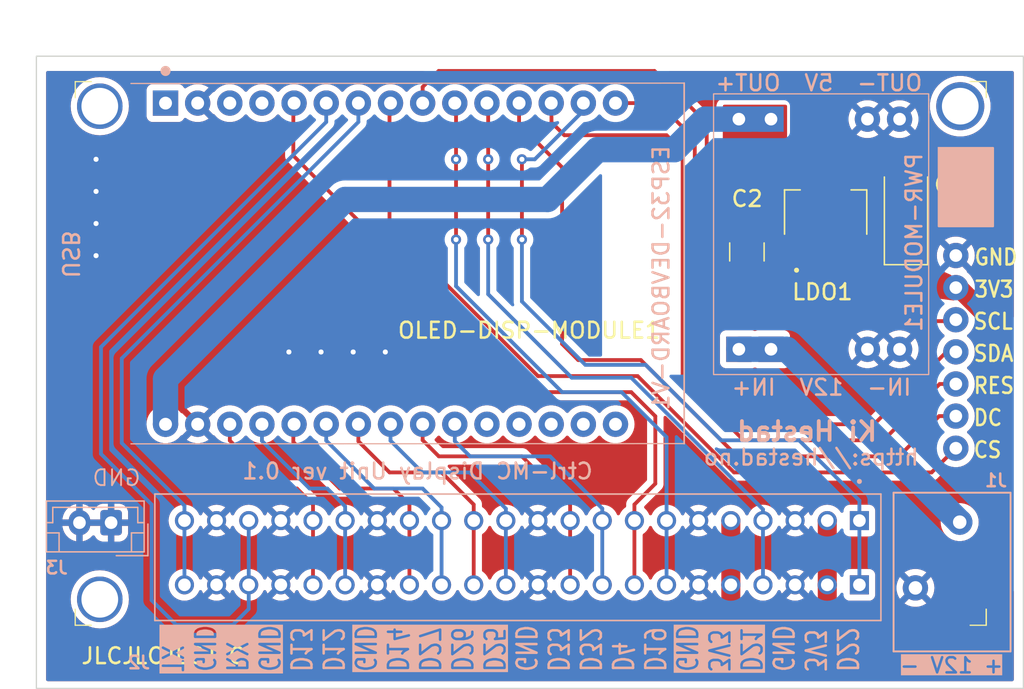
<source format=kicad_pcb>
(kicad_pcb (version 20221018) (generator pcbnew)
  (layers (0 "F.Cu" signal) (31 "B.Cu" signal) (34 "B.Paste" user) (35 "F.Paste" user) (36 "B.SilkS" user "B.Silkscreen") (37 "F.SilkS" user "F.Silkscreen") (38 "B.Mask" user) (39 "F.Mask" user) (44 "Edge.Cuts" user))
  (net 0 "")
  (net 1 "OLED CS")
  (net 2 "OLED DC")
  (net 3 "OLED RES")
  (net 4 "OLED MOSI")
  (net 5 "OLED CLK")
  (net 6 "+3V3")
  (net 7 "GND")
  (net 8 "+12V")
  (net 9 "+5V")
  (net 10 "UART TX")
  (net 11 "UART RX")
  (net 12 "INP4")
  (net 13 "INP32")
  (net 14 "INP33")
  (net 15 "INP25")
  (net 16 "INP26")
  (net 17 "INP27")
  (net 18 "INP14")
  (net 19 "INP12")
  (net 20 "INP13")
  (net 29 "INP19")
  (net 30 "INP21")
  (net 31 "INP22")
  (footprint "OLED-DISPLAY-CUSTOM:OLED Display 2.42" (layer "F.Cu") (at 188.455 113.05 180)
    (fp_text reference "OLED-DISP-MODULE1" (at 36.1188 23.3172 unlocked) (layer "F.SilkS") (effects (font (size 1.25 1.25) (thickness 0.2))))
    (fp_text value "~" hide)
    (fp_text user "GND" (at 1.031398 28.374875 unlocked) (layer "F.SilkS") (effects (font (size 1.25 1.1) (thickness 0.2) bold) (justify left bottom)))
    (fp_text user "RES" (at 1.095109 18.214875 unlocked) (layer "F.SilkS") (effects (font (size 1.25 1.1) (thickness 0.2) bold) (justify left bottom)))
    (fp_text user "SCL" (at 1.095109 23.294875 unlocked) (layer "F.SilkS") (effects (font (size 1.25 1.1) (thickness 0.2) bold) (justify left bottom)))
    (fp_text user "DC" (at 1.095109 15.674875 unlocked) (layer "F.SilkS") (effects (font (size 1.25 1.1) (thickness 0.2) bold) (justify left bottom)))
    (fp_text user "SDA" (at 1.095109 20.754875 unlocked) (layer "F.SilkS") (effects (font (size 1.25 1.1) (thickness 0.2) bold) (justify left bottom)))
    (fp_text user "CS" (at 1.095109 13.134875 unlocked) (layer "F.SilkS") (effects (font (size 1.25 1.1) (thickness 0.2) bold) (justify left bottom)))
    (fp_text user "3V3" (at 1.031398 25.834875 unlocked) (layer "F.SilkS") (effects (font (size 1.25 1.1) (thickness 0.2) bold) (justify left bottom)))
    (fp_line (start -0.003236 43.002005) (end -0.003236 41.732005) (stroke (width 0.1)) (layer "F.SilkS"))
    (fp_line (start -0.003236 43.002005) (end 1.266764 43.002005) (stroke (width 0.1)) (layer "F.SilkS"))
    (fp_line (start 0 0) (end 0 1.27) (stroke (width 0.1)) (layer "F.SilkS"))
    (fp_line (start 0 0) (end 1.27 0) (stroke (width 0.1)) (layer "F.SilkS"))
    (fp_line (start 0 1.27) (end 0 0) (stroke (width 0.1)) (layer "F.SilkS"))
    (fp_line (start 70.718874 42.992404) (end 71.988874 42.992404) (stroke (width 0.1)) (layer "F.SilkS"))
    (fp_line (start 70.722514 -0.001276) (end 71.992514 -0.001276) (stroke (width 0.1)) (layer "F.SilkS"))
    (fp_line (start 71.988874 42.992404) (end 71.988874 41.722404) (stroke (width 0.1)) (layer "F.SilkS"))
    (fp_line (start 71.992514 -0.001276) (end 71.992514 1.268724) (stroke (width 0.1)) (layer "F.SilkS"))
    (pad "" np_thru_hole circle (at 2.05 41.05 180) (size 3.8 3.8) (drill 2.9) (layers "F&B.Cu" "*.Mask"))
    (pad "" np_thru_hole circle (at 70.05 2.05 180) (size 3.6 3.6) (drill 2.9) (layers "F&B.Cu" "*.Mask"))
    (pad "" np_thru_hole circle (at 70.05 41.05 180) (size 3.6 3.6) (drill 2.9) (layers "F&B.Cu" "*.Mask"))
    (pad "1" thru_hole circle (at 2.4 14 180) (size 2 2) (drill 1) (layers "*.Cu" "*.Mask") (net 1 "OLED CS"))
    (pad "2" thru_hole circle (at 2.4 16.54 180) (size 2 2) (drill 1) (layers "*.Cu" "*.Mask") (net 2 "OLED DC"))
    (pad "3" thru_hole circle (at 2.4 19.08 180) (size 2 2) (drill 1) (layers "*.Cu" "*.Mask") (net 3 "OLED RES"))
    (pad "4" thru_hole circle (at 2.4 21.62 180) (size 2 2) (drill 1) (layers "*.Cu" "*.Mask") (net 4 "OLED MOSI"))
    (pad "5" thru_hole circle (at 2.4 24.16 180) (size 2 2) (drill 1) (layers "*.Cu" "*.Mask") (net 5 "OLED CLK"))
    (pad "6" thru_hole circle (at 2.4 26.7 180) (size 2 2) (drill 1) (layers "*.Cu" "*.Mask") (net 6 "+3V3"))
    (pad "7" thru_hole circle (at 2.4 29.24 180) (size 2 2) (drill 1) (layers "*.Cu" "*.Mask") (net 7 "GND"))
  )
  (footprint "Capacitor_Tantalum_SMD:CP_EIA-6032-15_Kemet-U_Pad2.25x2.35mm_HandSolder" (layer "F.Cu") (at 182.118 80.6 90)
    (fp_text reference "C1" (at 2.376332 3.447817 180) (layer "F.SilkS") (effects (font (size 1.25 1.25) (thickness 0.2))))
    (fp_text value "47 uF")
    (fp_line (start -3.935 -1.71) (end -3.935 1.71) (stroke (width 0.12)) (layer "F.SilkS"))
    (fp_line (start -3.935 1.71) (end 3 1.71) (stroke (width 0.12)) (layer "F.SilkS"))
    (fp_line (start 3 -1.71) (end -3.935 -1.71) (stroke (width 0.12)) (layer "F.SilkS"))
    (pad "1" smd roundrect (at -2.55 0 90) (size 2.25 2.35) (layers "F.Cu" "F.Paste" "F.Mask") (roundrect_rratio 0.1111111111) (net 6 "+3V3"))
    (pad "2" smd roundrect (at 2.55 0 90) (size 2.25 2.35) (layers "F.Cu" "F.Paste" "F.Mask") (roundrect_rratio 0.1111111111) (net 7 "GND"))
  )
  (footprint "Capacitor_SMD:C_1210_3225Metric_Pad1.33x2.70mm_HandSolder" (layer "F.Cu") (at 169.545 83.5275 -90)
    (fp_text reference "C2" (at -4.208663 -0.014506) (layer "F.SilkS") (effects (font (size 1.25 1.25) (thickness 0.2))))
    (fp_text value "470 nF")
    (fp_line (start -0.711252 -1.36) (end 0.711252 -1.36) (stroke (width 0.12)) (layer "F.SilkS"))
    (fp_line (start -0.711252 1.36) (end 0.711252 1.36) (stroke (width 0.12)) (layer "F.SilkS"))
    (pad "1" smd roundrect (at -1.5625 0 270) (size 1.325 2.7) (layers "F.Cu" "F.Paste" "F.Mask") (roundrect_rratio 0.1886792453) (net 9 "+5V"))
    (pad "2" smd roundrect (at 1.5625 0 270) (size 1.325 2.7) (layers "F.Cu" "F.Paste" "F.Mask") (roundrect_rratio 0.1886792453) (net 7 "GND"))
  )
  (footprint "Texas Instr LDO:SOT230P700X180-4N" (layer "F.Cu") (at 175.768 80.37 90)
    (fp_text reference "LDO1" (at -6.321773 -0.258441 180) (layer "F.SilkS") (effects (font (size 1.25 1.25) (thickness 0.2))))
    (fp_text value "LM3940IMPX-3.3/NOPB")
    (fp_line (start -1.75 -3.25) (end 1.75 -3.25) (stroke (width 0.127)) (layer "F.SilkS"))
    (fp_line (start -1.75 3.25) (end 1.75 3.25) (stroke (width 0.127)) (layer "F.SilkS"))
    (fp_line (start 1.75 -3.25) (end 1.75 -2.01) (stroke (width 0.127)) (layer "F.SilkS"))
    (fp_line (start 1.75 3.25) (end 1.75 2.01) (stroke (width 0.127)) (layer "F.SilkS"))
    (fp_circle (center -4.6 -2.3) (end -4.5 -2.3) (stroke (width 0.2)) (fill none) (layer "F.SilkS"))
    (pad "1" smd rect (at -2.9 -2.3) (size 0.95 2.15) (layers "F.Cu" "F.Paste" "F.Mask") (net 9 "+5V"))
    (pad "2" smd rect (at -2.9 0) (size 0.95 2.15) (layers "F.Cu" "F.Paste" "F.Mask") (net 7 "GND"))
    (pad "3" smd rect (at -2.9 2.3) (size 0.95 2.15) (layers "F.Cu" "F.Paste" "F.Mask") (net 6 "+3V3"))
    (pad "4" smd rect (at 2.9 0) (size 3.25 2.15) (layers "F.Cu" "F.Paste" "F.Mask") (net 7 "GND"))
  )
  (footprint "ESP32-DEVKIT-V1:MODULE_ESP32_DEVKIT_V1" (layer "B.Cu") (at 139.115 84.455 -90)
    (fp_text reference "EPS32-DEV-BOARD1" hide)
    (fp_text value "ESP32-DEVKIT-V1")
    (fp_text user "USB" (at 1.27 23.77 -90 unlocked) (layer "B.SilkS") (effects (font (size 1.25 1.25) (thickness 0.2)) (justify left bottom mirror)))
    (fp_line (start -14.28 -25.475) (end -14.25 18.25) (stroke (width 0.1)) (layer "B.SilkS"))
    (fp_line (start -14.28 -25.475) (end -8.91 -25.475) (stroke (width 0.127)) (layer "B.SilkS"))
    (fp_line (start -8.91 -25.475) (end 8.78 -25.475) (stroke (width 0.127)) (layer "B.SilkS"))
    (fp_line (start 8.78 -25.475) (end 14.23 -25.475) (stroke (width 0.127)) (layer "B.SilkS"))
    (fp_line (start 14.23 -25.475) (end -14.28 -25.475) (stroke (width 0.1)) (layer "B.SilkS"))
    (fp_line (start 14.23 -25.475) (end -14.28 -25.475) (stroke (width 0.127)) (layer "B.SilkS"))
    (fp_line (start 14.25 18.25) (end 14.23 -25.475) (stroke (width 0.1)) (layer "B.SilkS"))
    (fp_circle (center -15.24 15.515) (end -15.04 15.515) (stroke (width 0.4)) (fill solid) (layer "B.SilkS"))
    (pad "1" thru_hole rect (at -12.7 15.515 270) (size 2 2) (drill 1.02) (layers "*.Cu" "*.Mask"))
    (pad "2" thru_hole circle (at -12.7 12.975 270) (size 2 2) (drill 1.02) (layers "*.Cu" "*.Mask") (net 7 "GND"))
    (pad "3" thru_hole circle (at -12.7 10.435 270) (size 2 2) (drill 1.02) (layers "*.Cu" "*.Mask"))
    (pad "4" thru_hole circle (at -12.7 7.895 270) (size 2 2) (drill 1.02) (layers "*.Cu" "*.Mask"))
    (pad "5" thru_hole circle (at -12.7 5.355 270) (size 2 2) (drill 1.02) (layers "*.Cu" "*.Mask") (net 12 "INP4"))
    (pad "6" thru_hole circle (at -12.7 2.815 270) (size 2 2) (drill 1.02) (layers "*.Cu" "*.Mask") (net 11 "UART RX"))
    (pad "7" thru_hole circle (at -12.7 0.275 270) (size 2 2) (drill 1.02) (layers "*.Cu" "*.Mask") (net 10 "UART TX"))
    (pad "8" thru_hole circle (at -12.7 -2.265 270) (size 2 2) (drill 1.02) (layers "*.Cu" "*.Mask") (net 1 "OLED CS"))
    (pad "9" thru_hole circle (at -12.7 -4.805 270) (size 2 2) (drill 1.02) (layers "*.Cu" "*.Mask") (net 5 "OLED CLK"))
    (pad "10" thru_hole circle (at -12.7 -7.345 270) (size 2 2) (drill 1.02) (layers "*.Cu" "*.Mask") (net 29 "INP19"))
    (pad "11" thru_hole circle (at -12.7 -9.885 270) (size 2 2) (drill 1.02) (layers "*.Cu" "*.Mask") (net 30 "INP21"))
    (pad "12" thru_hole circle (at -12.7 -12.425 270) (size 2 2) (drill 1.02) (layers "*.Cu" "*.Mask") (net 2 "OLED DC"))
    (pad "13" thru_hole circle (at -12.7 -14.965 270) (size 2 2) (drill 1.02) (layers "*.Cu" "*.Mask") (net 3 "OLED RES"))
    (pad "14" thru_hole circle (at -12.7 -17.505 270) (size 2 2) (drill 1.02) (layers "*.Cu" "*.Mask") (net 31 "INP22"))
    (pad "15" thru_hole circle (at -12.7 -20.045 270) (size 2 2) (drill 1.02) (layers "*.Cu" "*.Mask") (net 4 "OLED MOSI"))
    (pad "16" thru_hole circle (at 12.7 -20.045 270) (size 2 2) (drill 1.02) (layers "*.Cu" "*.Mask"))
    (pad "17" thru_hole circle (at 12.7 -17.505 270) (size 2 2) (drill 1.02) (layers "*.Cu" "*.Mask"))
    (pad "18" thru_hole circle (at 12.7 -14.965 270) (size 2 2) (drill 1.02) (layers "*.Cu" "*.Mask"))
    (pad "19" thru_hole circle (at 12.7 -12.425 270) (size 2 2) (drill 1.02) (layers "*.Cu" "*.Mask"))
    (pad "20" thru_hole circle (at 12.7 -9.885 270) (size 2 2) (drill 1.02) (layers "*.Cu" "*.Mask"))
    (pad "21" thru_hole circle (at 12.7 -7.345 270) (size 2 2) (drill 1.02) (layers "*.Cu" "*.Mask") (net 13 "INP32"))
    (pad "22" thru_hole circle (at 12.7 -4.805 270) (size 2 2) (drill 1.02) (layers "*.Cu" "*.Mask") (net 14 "INP33"))
    (pad "23" thru_hole circle (at 12.7 -2.265 270) (size 2 2) (drill 1.02) (layers "*.Cu" "*.Mask") (net 15 "INP25"))
    (pad "24" thru_hole circle (at 12.7 0.275 270) (size 2 2) (drill 1.02) (layers "*.Cu" "*.Mask") (net 16 "INP26"))
    (pad "25" thru_hole circle (at 12.7 2.815 270) (size 2 2) (drill 1.02) (layers "*.Cu" "*.Mask") (net 17 "INP27"))
    (pad "26" thru_hole circle (at 12.7 5.355 270) (size 2 2) (drill 1.02) (layers "*.Cu" "*.Mask") (net 18 "INP14"))
    (pad "27" thru_hole circle (at 12.7 7.895 270) (size 2 2) (drill 1.02) (layers "*.Cu" "*.Mask") (net 19 "INP12"))
    (pad "28" thru_hole circle (at 12.7 10.435 270) (size 2 2) (drill 1.02) (layers "*.Cu" "*.Mask") (net 20 "INP13"))
    (pad "29" thru_hole circle (at 12.7 12.975 270) (size 2 2) (drill 1.02) (layers "*.Cu" "*.Mask") (net 7 "GND"))
    (pad "30" thru_hole circle (at 12.7 15.515 270) (size 2 2) (drill 1.02) (layers "*.Cu" "*.Mask") (net 9 "+5V"))
    (zone (net 0) (net_name "") (layer "F.Cu") (connect_pads (clearance 0)) (min_thickness 0.01)
      (keepout (tracks allowed) (vias not_allowed) (pads not_allowed) (copperpour not_allowed) (footprints allowed))
      (fill (thermal_gap 0.508) (thermal_bridge_width 0.508))
      (polygon (pts (xy 158.1 75.545) (xy 158.1 93.235) (xy 164.59 93.235) (xy 164.59 75.545)))
    )
    (zone (net 0) (net_name "") (layer "B.Cu") (connect_pads (clearance 0)) (min_thickness 0.01)
      (keepout (tracks allowed) (vias not_allowed) (pads not_allowed) (copperpour not_allowed) (footprints allowed))
      (fill (thermal_gap 0.508) (thermal_bridge_width 0.508))
      (polygon (pts (xy 158.1 75.545) (xy 158.1 93.235) (xy 164.59 93.235) (xy 164.59 75.545)))
    )
  )
  (footprint "TERM CON 22pin 2.54:CUI_TBL009V-254-22GY-2GY" (layer "B.Cu") (at 178.435 104.775 180)
    (fp_text reference "J2" (at 56.935 -11.225) (layer "B.SilkS") (effects (font (thickness 0.2) bold) (justify mirror)))
    (fp_text value "TBL009V-254-22GY-2GY")
    (fp_line (start -1.7 -7.9) (end -1.7 2.1) (stroke (width 0.127)) (layer "B.SilkS"))
    (fp_line (start -1.7 2.1) (end 55.68 2.1) (stroke (width 0.127)) (layer "B.SilkS"))
    (fp_line (start 55.68 -7.9) (end -1.7 -7.9) (stroke (width 0.127)) (layer "B.SilkS"))
    (fp_line (start 55.68 2.1) (end 55.68 -7.9) (stroke (width 0.127)) (layer "B.SilkS"))
    (fp_circle (center 0 3.1) (end 0.1 3.1) (stroke (width 0.2)) (fill none) (layer "B.SilkS"))
    (pad "1_A" thru_hole rect (at 0 0 180) (size 1.508 1.508) (drill 1) (layers "*.Cu" "*.Mask") (net 31 "INP22"))
    (pad "1_B" thru_hole rect (at 0 -5.08 180) (size 1.508 1.508) (drill 1) (layers "*.Cu" "*.Mask") (net 31 "INP22"))
    (pad "2_A" thru_hole circle (at 2.54 0 180) (size 1.508 1.508) (drill 1) (layers "*.Cu" "*.Mask") (net 6 "+3V3"))
    (pad "2_B" thru_hole circle (at 2.54 -5.08 180) (size 1.508 1.508) (drill 1) (layers "*.Cu" "*.Mask") (net 6 "+3V3"))
    (pad "3_A" thru_hole circle (at 5.08 0 180) (size 1.508 1.508) (drill 1) (layers "*.Cu" "*.Mask") (net 7 "GND"))
    (pad "3_B" thru_hole circle (at 5.08 -5.08 180) (size 1.508 1.508) (drill 1) (layers "*.Cu" "*.Mask") (net 7 "GND"))
    (pad "4_A" thru_hole circle (at 7.62 0 180) (size 1.508 1.508) (drill 1) (layers "*.Cu" "*.Mask") (net 30 "INP21"))
    (pad "4_B" thru_hole circle (at 7.62 -5.08 180) (size 1.508 1.508) (drill 1) (layers "*.Cu" "*.Mask") (net 30 "INP21"))
    (pad "5_A" thru_hole circle (at 10.16 0 180) (size 1.508 1.508) (drill 1) (layers "*.Cu" "*.Mask") (net 6 "+3V3"))
    (pad "5_B" thru_hole circle (at 10.16 -5.08 180) (size 1.508 1.508) (drill 1) (layers "*.Cu" "*.Mask") (net 6 "+3V3"))
    (pad "6_A" thru_hole circle (at 12.7 0 180) (size 1.508 1.508) (drill 1) (layers "*.Cu" "*.Mask") (net 7 "GND"))
    (pad "6_B" thru_hole circle (at 12.7 -5.08 180) (size 1.508 1.508) (drill 1) (layers "*.Cu" "*.Mask") (net 7 "GND"))
    (pad "7_A" thru_hole circle (at 15.24 0 180) (size 1.508 1.508) (drill 1) (layers "*.Cu" "*.Mask") (net 29 "INP19"))
    (pad "7_B" thru_hole circle (at 15.24 -5.08 180) (size 1.508 1.508) (drill 1) (layers "*.Cu" "*.Mask") (net 29 "INP19"))
    (pad "8_A" thru_hole circle (at 17.78 0 180) (size 1.508 1.508) (drill 1) (layers "*.Cu" "*.Mask") (net 12 "INP4"))
    (pad "8_B" thru_hole circle (at 17.78 -5.08 180) (size 1.508 1.508) (drill 1) (layers "*.Cu" "*.Mask") (net 12 "INP4"))
    (pad "9_A" thru_hole circle (at 20.32 0 180) (size 1.508 1.508) (drill 1) (layers "*.Cu" "*.Mask") (net 13 "INP32"))
    (pad "9_B" thru_hole circle (at 20.32 -5.08 180) (size 1.508 1.508) (drill 1) (layers "*.Cu" "*.Mask") (net 13 "INP32"))
    (pad "10_A" thru_hole circle (at 22.86 0 180) (size 1.508 1.508) (drill 1) (layers "*.Cu" "*.Mask") (net 14 "INP33"))
    (pad "10_B" thru_hole circle (at 22.86 -5.08 180) (size 1.508 1.508) (drill 1) (layers "*.Cu" "*.Mask") (net 14 "INP33"))
    (pad "11_A" thru_hole circle (at 25.4 0 180) (size 1.508 1.508) (drill 1) (layers "*.Cu" "*.Mask") (net 7 "GND"))
    (pad "11_B" thru_hole circle (at 25.4 -5.08 180) (size 1.508 1.508) (drill 1) (layers "*.Cu" "*.Mask") (net 7 "GND"))
    (pad "12_A" thru_hole circle (at 27.94 0 180) (size 1.508 1.508) (drill 1) (layers "*.Cu" "*.Mask") (net 15 "INP25"))
    (pad "12_B" thru_hole circle (at 27.94 -5.08 180) (size 1.508 1.508) (drill 1) (layers "*.Cu" "*.Mask") (net 15 "INP25"))
    (pad "13_A" thru_hole circle (at 30.48 0 180) (size 1.508 1.508) (drill 1) (layers "*.Cu" "*.Mask") (net 16 "INP26"))
    (pad "13_B" thru_hole circle (at 30.48 -5.08 180) (size 1.508 1.508) (drill 1) (layers "*.Cu" "*.Mask") (net 16 "INP26"))
    (pad "14_A" thru_hole circle (at 33.02 0 180) (size 1.508 1.508) (drill 1) (layers "*.Cu" "*.Mask") (net 17 "INP27"))
    (pad "14_B" thru_hole circle (at 33.02 -5.08 180) (size 1.508 1.508) (drill 1) (layers "*.Cu" "*.Mask") (net 17 "INP27"))
    (pad "15_A" thru_hole circle (at 35.56 0 180) (size 1.508 1.508) (drill 1) (layers "*.Cu" "*.Mask") (net 18 "INP14"))
    (pad "15_B" thru_hole circle (at 35.56 -5.08 180) (size 1.508 1.508) (drill 1) (layers "*.Cu" "*.Mask") (net 18 "INP14"))
    (pad "16_A" thru_hole circle (at 38.1 0 180) (size 1.508 1.508) (drill 1) (layers "*.Cu" "*.Mask") (net 7 "GND"))
    (pad "16_B" thru_hole circle (at 38.1 -5.08 180) (size 1.508 1.508) (drill 1) (layers "*.Cu" "*.Mask") (net 7 "GND"))
    (pad "17_A" thru_hole circle (at 40.64 0 180) (size 1.508 1.508) (drill 1) (layers "*.Cu" "*.Mask") (net 19 "INP12"))
    (pad "17_B" thru_hole circle (at 40.64 -5.08 180) (size 1.508 1.508) (drill 1) (layers "*.Cu" "*.Mask") (net 19 "INP12"))
    (pad "18_A" thru_hole circle (at 43.18 0 180) (size 1.508 1.508) (drill 1) (layers "*.Cu" "*.Mask") (net 20 "INP13"))
    (pad "18_B" thru_hole circle (at 43.18 -5.08 180) (size 1.508 1.508) (drill 1) (layers "*.Cu" "*.Mask") (net 20 "INP13"))
    (pad "19_A" thru_hole circle (at 45.72 0 180) (size 1.508 1.508) (drill 1) (layers "*.Cu" "*.Mask") (net 7 "GND"))
    (pad "19_B" thru_hole circle (at 45.72 -5.08 180) (size 1.508 1.508) (drill 1) (layers "*.Cu" "*.Mask") (net 7 "GND"))
    (pad "20_A" thru_hole circle (at 48.26 0 180) (size 1.508 1.508) (drill 1) (layers "*.Cu" "*.Mask") (net 11 "UART RX"))
    (pad "20_B" thru_hole circle (at 48.26 -5.08 180) (size 1.508 1.508) (drill 1) (layers "*.Cu" "*.Mask") (net 11 "UART RX"))
    (pad "21_A" thru_hole circle (at 50.8 0 180) (size 1.508 1.508) (drill 1) (layers "*.Cu" "*.Mask") (net 7 "GND"))
    (pad "21_B" thru_hole circle (at 50.8 -5.08 180) (size 1.508 1.508) (drill 1) (layers "*.Cu" "*.Mask") (net 7 "GND"))
    (pad "22_A" thru_hole circle (at 53.34 0 180) (size 1.508 1.508) (drill 1) (layers "*.Cu" "*.Mask") (net 10 "UART TX"))
    (pad "22_B" thru_hole circle (at 53.34 -5.08 180) (size 1.508 1.508) (drill 1) (layers "*.Cu" "*.Mask") (net 10 "UART TX"))
  )
  (footprint "DC-DC-MODULE:Mini DC-DC PWR MODULE 3A" (layer "B.Cu") (at 166.91 71.025 -90)
    (fp_text reference "PWR-MODULE1" (at 11.75 -15.848436 90 unlocked) (layer "B.SilkS") (effects (font (size 1.25 1.25) (thickness 0.2)) (justify mirror)))
    (fp_text value "~")
    (fp_text user "OUT-  5V  OUT+" (at -0.129257 -16.610399 unlocked) (layer "B.SilkS") (effects (font (size 1.25 1.25) (thickness 0.2)) (justify left bottom mirror)))
    (fp_text user "IN-  12V  IN+" (at 23.945133 -15.739764 unlocked) (layer "B.SilkS") (effects (font (size 1.25 1.25) (thickness 0.2)) (justify left bottom mirror)))
    (fp_rect (start 0 0) (end 22.2 -17) (stroke (width 0.1)) (fill none) (layer "B.SilkS"))
    (pad "1" thru_hole rect (at 20.2 -2 270) (size 2 2) (drill 1) (layers "*.Cu" "*.Mask") (net 8 "+12V"))
    (pad "2" thru_hole rect (at 20.2 -4.54 270) (size 2 2) (drill 1) (layers "*.Cu" "*.Mask") (net 8 "+12V"))
    (pad "3" thru_hole circle (at 20.2 -12.16 270) (size 2 2) (drill 1) (layers "*.Cu" "*.Mask") (net 7 "GND"))
    (pad "4" thru_hole circle (at 20.2 -14.7 270) (size 2 2) (drill 1) (layers "*.Cu" "*.Mask") (net 7 "GND"))
    (pad "5" thru_hole rect (at 2 -2 270) (size 2 2) (drill 1) (layers "*.Cu" "*.Mask") (net 9 "+5V"))
    (pad "6" thru_hole rect (at 2 -4.54 270) (size 2 2) (drill 1) (layers "*.Cu" "*.Mask") (net 9 "+5V"))
    (pad "7" thru_hole circle (at 2 -12.16 270) (size 2 2) (drill 1) (layers "*.Cu" "*.Mask") (net 7 "GND"))
    (pad "8" thru_hole circle (at 2 -14.7 270) (size 2 2) (drill 1) (layers "*.Cu" "*.Mask") (net 7 "GND"))
  )
  (footprint "TERM CON 2pin 3.5:CONN2_1-2834011-2_TEC" (layer "B.Cu") (at 186.362442 104.896278 180)
    (fp_text reference "J1" (at -2.867558 3.296278 unlocked) (layer "B.SilkS") (effects (font (thickness 0.2) bold) (justify mirror)))
    (fp_text value "1-2834011-2")
    (fp_line (start -4.018644 -10.220599) (end 5.226956 -10.220599) (stroke (width 0.1524)) (layer "B.SilkS"))
    (fp_line (start -4.018644 2.327001) (end -4.018644 -10.220599) (stroke (width 0.1524)) (layer "B.SilkS"))
    (fp_line (start 5.226956 -10.220599) (end 5.226956 2.327001) (stroke (width 0.1524)) (layer "B.SilkS"))
    (fp_line (start 5.226956 2.327001) (end -4.018644 2.327001) (stroke (width 0.1524)) (layer "B.SilkS"))
    (pad "1" thru_hole circle (at -0.000001 0 180) (size 2 2) (drill 1.0668) (layers "*.Cu" "*.Mask") (net 8 "+12V"))
    (pad "2" thru_hole circle (at 3.500002 -5.2 180) (size 2 2) (drill 1.0668) (layers "*.Cu" "*.Mask") (net 7 "GND"))
  )
  (footprint "Connector_JST:JST_EH_B2B-EH-A_1x02_P2.50mm_Vertical" (layer "B.Cu") (at 119.298303 104.936813 180)
    (fp_text reference "J3" (at 4.298303 -3.563187 180) (layer "B.SilkS") (effects (font (thickness 0.2) bold) (justify mirror)))
    (fp_text value "Conn_01x02_Socket")
    (fp_line (start -2.91 -2.61) (end -0.41 -2.61) (stroke (width 0.12)) (layer "B.SilkS"))
    (fp_line (start -2.91 -0.11) (end -2.91 -2.61) (stroke (width 0.12)) (layer "B.SilkS"))
    (fp_line (start -2.61 -2.31) (end 5.11 -2.31) (stroke (width 0.12)) (layer "B.SilkS"))
    (fp_line (start -2.61 -0.81) (end -1.61 -0.81) (stroke (width 0.12)) (layer "B.SilkS"))
    (fp_line (start -2.61 0) (end -2.11 0) (stroke (width 0.12)) (layer "B.SilkS"))
    (fp_line (start -2.61 1.71) (end -2.61 -2.31) (stroke (width 0.12)) (layer "B.SilkS"))
    (fp_line (start -2.11 0) (end -2.11 1.21) (stroke (width 0.12)) (layer "B.SilkS"))
    (fp_line (start -2.11 1.21) (end 4.61 1.21) (stroke (width 0.12)) (layer "B.SilkS"))
    (fp_line (start -1.61 -0.81) (end -1.61 -2.31) (stroke (width 0.12)) (layer "B.SilkS"))
    (fp_line (start 4.11 -0.81) (end 4.11 -2.31) (stroke (width 0.12)) (layer "B.SilkS"))
    (fp_line (start 4.61 0) (end 5.11 0) (stroke (width 0.12)) (layer "B.SilkS"))
    (fp_line (start 4.61 1.21) (end 4.61 0) (stroke (width 0.12)) (layer "B.SilkS"))
    (fp_line (start 5.11 -2.31) (end 5.11 1.71) (stroke (width 0.12)) (layer "B.SilkS"))
    (fp_line (start 5.11 -0.81) (end 4.11 -0.81) (stroke (width 0.12)) (layer "B.SilkS"))
    (fp_line (start 5.11 1.71) (end -2.61 1.71) (stroke (width 0.12)) (layer "B.SilkS"))
    (pad "1" thru_hole roundrect (at 0 0 180) (size 1.7 2) (drill 1) (layers "*.Cu" "*.Mask") (roundrect_rratio 0.1470588235) (net 7 "GND"))
    (pad "2" thru_hole oval (at 2.5 0 180) (size 1.7 2) (drill 1) (layers "*.Cu" "*.Mask") (net 7 "GND"))
  )
  (gr_rect (start 184.7 75.3) (end 189 81.5) (stroke (width 0.15)) (fill solid) (layer "B.SilkS"))
  (gr_rect (start 113.395 68.04755) (end 191.395 118.04755) (stroke (width 0.1)) (fill none) (layer "Edge.Cuts"))
  (gr_text "D21\n3V3\nGND" (at 163.83 116.84 270) (layer "B.SilkS" knockout) (effects (font (size 1.58 1.2) (thickness 0.2) bold) (justify left bottom mirror)))
  (gr_text "D12\nD13" (at 133.35 116.84 270) (layer "B.SilkS") (effects (font (size 1.58 1.2) (thickness 0.2) bold) (justify left bottom mirror)))
  (gr_text " + 12V - " (at 190.822528 116.932767) (layer "B.SilkS" knockout) (effects (font (size 1.2 1.2) (thickness 0.2) bold) (justify left bottom mirror)))
  (gr_text "GND" (at 121.732125 102.125539) (layer "B.SilkS") (effects (font (size 1.25 1.25)) (justify left bottom mirror)))
  (gr_text "ESP32-DEVBOARD-V1" (at 163.5 75 90) (layer "B.SilkS") (effects (font (size 1.25 1.25) (thickness 0.2)) (justify left bottom mirror)))
  (gr_text "https://hestad.no" (at 174.625 100.5) (layer "B.SilkS") (effects (font (size 1.25 1.25) (thickness 0.2)) (justify bottom mirror)))
  (gr_text "Ki Hestad" (at 179.991852 98.601709) (layer "B.SilkS") (effects (font (size 1.5 1.5) (thickness 0.3) bold) (justify left bottom mirror)))
  (gr_text "D19\nD4\nD32\nD33\nGND" (at 151.13 116.84 270) (layer "B.SilkS") (effects (font (size 1.58 1.2) (thickness 0.2) bold) (justify left bottom mirror)))
  (gr_text "D22\n3V3\nGND" (at 171.45 116.84 270) (layer "B.SilkS") (effects (font (size 1.58 1.2) (thickness 0.2) bold) (justify left bottom mirror)))
  (gr_text "D25\nD26\nD27\nD14\nGND" (at 138.43 116.84 270) (layer "B.SilkS" knockout) (effects (font (size 1.58 1.2) (thickness 0.2) bold) (justify left bottom mirror)))
  (gr_text "GND\nRX\nGND\nTX" (at 123.19 116.84 270) (layer "B.SilkS" knockout) (effects (font (size 1.58 1.2) (thickness 0.2) bold) (justify left bottom mirror)))
  (gr_text "Ctrl-MC Display Unit ver 0.1" (at 143.51 101.6) (layer "B.SilkS") (effects (font (size 1.25 1.25) (thickness 0.2)) (justify bottom mirror)))
  (gr_text "JLCJLCJLCJLC" (at 116.84 116.205) (layer "F.SilkS") (effects (font (size 1.25 1.25) (thickness 0.2)) (justify left bottom)))
  (segment (start 160.909 93.345) (end 153.035 93.345) (width 0.3) (layer "F.Cu") (net 1))
  (segment (start 186.055 99.05) (end 184.14 100.965) (width 0.3) (layer "F.Cu") (net 1))
  (segment (start 168.529 100.965) (end 160.909 93.345) (width 0.3) (layer "F.Cu") (net 1))
  (segment (start 153.035 93.345) (end 141.3 81.61) (width 0.3) (layer "F.Cu") (net 1))
  (segment (start 141.3 81.61) (end 141.3 71.835) (width 0.3) (layer "F.Cu") (net 1))
  (segment (start 184.14 100.965) (end 168.529 100.965) (width 0.3) (layer "F.Cu") (net 1))
  (segment (start 161.163 92.075) (end 168.783 99.695) (width 0.3) (layer "F.Cu") (net 2))
  (segment (start 154.94 90.805) (end 156.21 92.075) (width 0.3) (layer "F.Cu") (net 2))
  (segment (start 156.21 92.075) (end 161.163 92.075) (width 0.3) (layer "F.Cu") (net 2))
  (segment (start 168.783 99.695) (end 181.555 99.695) (width 0.3) (layer "F.Cu") (net 2))
  (segment (start 154.94 76.835) (end 154.94 90.805) (width 0.3) (layer "F.Cu") (net 2))
  (segment (start 151.54 73.435) (end 154.94 76.835) (width 0.3) (layer "F.Cu") (net 2))
  (segment (start 184.74 96.51) (end 186.055 96.51) (width 0.3) (layer "F.Cu") (net 2))
  (segment (start 151.54 71.755) (end 151.54 73.435) (width 0.3) (layer "F.Cu") (net 2))
  (segment (start 181.555 99.695) (end 184.74 96.51) (width 0.3) (layer "F.Cu") (net 2))
  (segment (start 180.325 98.425) (end 169.291 98.425) (width 0.3) (layer "F.Cu") (net 3))
  (segment (start 164.465 75.565) (end 163.195 74.295) (width 0.3) (layer "F.Cu") (net 3))
  (segment (start 186.055 93.97) (end 184.78 93.97) (width 0.3) (layer "F.Cu") (net 3))
  (segment (start 164.465 93.599) (end 164.465 75.565) (width 0.3) (layer "F.Cu") (net 3))
  (segment (start 184.78 93.97) (end 180.325 98.425) (width 0.3) (layer "F.Cu") (net 3))
  (segment (start 169.291 98.425) (end 164.465 93.599) (width 0.3) (layer "F.Cu") (net 3))
  (segment (start 155.1175 74.295) (end 154.1 73.2775) (width 0.3) (layer "F.Cu") (net 3))
  (segment (start 163.195 74.295) (end 155.1175 74.295) (width 0.3) (layer "F.Cu") (net 3))
  (segment (start 154.1 73.2775) (end 154.1 72.82) (width 0.3) (layer "F.Cu") (net 3))
  (segment (start 185.32 91.43) (end 186.055 91.43) (width 0.3) (layer "F.Cu") (net 4))
  (segment (start 162.56 71.755) (end 165.425647 74.620647) (width 0.3) (layer "F.Cu") (net 4))
  (segment (start 159.16 71.755) (end 162.56 71.755) (width 0.3) (layer "F.Cu") (net 4))
  (segment (start 165.425647 93.035647) (end 169.545 97.155) (width 0.3) (layer "F.Cu") (net 4))
  (segment (start 169.545 97.155) (end 179.595 97.155) (width 0.3) (layer "F.Cu") (net 4))
  (segment (start 165.425647 74.620647) (end 165.425647 93.035647) (width 0.3) (layer "F.Cu") (net 4))
  (segment (start 179.595 97.155) (end 185.32 91.43) (width 0.3) (layer "F.Cu") (net 4))
  (segment (start 162.2425 69.215) (end 166.37 73.3425) (width 0.3) (layer "F.Cu") (net 5))
  (segment (start 166.37 73.3425) (end 166.37 86.995) (width 0.3) (layer "F.Cu") (net 5))
  (segment (start 145.185 69.215) (end 162.2425 69.215) (width 0.3) (layer "F.Cu") (net 5))
  (segment (start 167.64 88.265) (end 183.265 88.265) (width 0.3) (layer "F.Cu") (net 5))
  (segment (start 143.92 70.48) (end 145.185 69.215) (width 0.3) (layer "F.Cu") (net 5))
  (segment (start 166.37 86.995) (end 167.64 88.265) (width 0.3) (layer "F.Cu") (net 5))
  (segment (start 184 89) (end 185.945 89) (width 0.3) (layer "F.Cu") (net 5))
  (segment (start 183.265 88.265) (end 184 89) (width 0.3) (layer "F.Cu") (net 5))
  (segment (start 143.92 71.755) (end 143.92 70.48) (width 0.3) (layer "F.Cu") (net 5))
  (segment (start 185.945 89) (end 186.055 88.89) (width 0.3) (layer "F.Cu") (net 5))
  (segment (start 168.275 109.855) (end 168.275 104.775) (width 1.5) (layer "F.Cu") (net 6))
  (segment (start 175.895 104.775) (end 175.895 109.855) (width 1.5) (layer "F.Cu") (net 6))
  (segment (start 189.738 109.22) (end 189.738 89.815283) (width 1.5) (layer "F.Cu") (net 6))
  (segment (start 189.738 109.22) (end 185.166 113.792) (width 1.5) (layer "F.Cu") (net 6))
  (segment (start 189.738 89.815283) (end 186.272717 86.35) (width 1.5) (layer "F.Cu") (net 6))
  (segment (start 176.022 113.792) (end 169.926 113.792) (width 1.5) (layer "F.Cu") (net 6))
  (segment (start 168.275 112.141) (end 168.275 109.855) (width 1.5) (layer "F.Cu") (net 6))
  (segment (start 186.272717 86.35) (end 186.055 86.35) (width 1.5) (layer "F.Cu") (net 6))
  (segment (start 175.895 113.665) (end 176.022 113.792) (width 1.5) (layer "F.Cu") (net 6))
  (segment (start 175.895 109.855) (end 175.895 113.665) (width 1.5) (layer "F.Cu") (net 6))
  (segment (start 169.926 113.792) (end 168.275 112.141) (width 1.5) (layer "F.Cu") (net 6))
  (segment (start 185.166 113.792) (end 176.022 113.792) (width 1.5) (layer "F.Cu") (net 6))
  (via (at 118.11 78.74) (size 0.8) (drill 0.4) (layers "F.Cu" "B.Cu") (net 7))
  (via (at 140.97 91.44) (size 0.8) (drill 0.4) (layers "F.Cu" "B.Cu") (net 7))
  (via (at 118.11 83.82) (size 0.8) (drill 0.4) (layers "F.Cu" "B.Cu") (net 7))
  (via (at 118.11 81.28) (size 0.8) (drill 0.4) (layers "F.Cu" "B.Cu") (net 7))
  (via (at 135.89 91.44) (size 0.8) (drill 0.4) (layers "F.Cu" "B.Cu") (net 7))
  (via (at 138.43 91.44) (size 0.8) (drill 0.4) (layers "F.Cu" "B.Cu") (net 7))
  (via (at 118.11 76.2) (size 0.8) (drill 0.4) (layers "F.Cu" "B.Cu") (net 7))
  (via (at 133.35 91.44) (size 0.8) (drill 0.4) (layers "F.Cu" "B.Cu") (net 7))
  (segment (start 186.362443 104.896278) (end 172.691165 91.225) (width 2) (layer "B.Cu") (net 8))
  (segment (start 172.691165 91.225) (end 168.91 91.225) (width 2) (layer "B.Cu") (net 8))
  (segment (start 137.795 79.375) (end 123.6 93.57) (width 2) (layer "B.Cu") (net 9))
  (segment (start 171.45 73.025) (end 166.243 73.025) (width 2) (layer "B.Cu") (net 9))
  (segment (start 163.83 75.438) (end 157.734 75.438) (width 2) (layer "B.Cu") (net 9))
  (segment (start 153.797 79.375) (end 137.795 79.375) (width 2) (layer "B.Cu") (net 9))
  (segment (start 166.243 73.025) (end 163.83 75.438) (width 2) (layer "B.Cu") (net 9))
  (segment (start 123.6 93.57) (end 123.6 97.155) (width 2) (layer "B.Cu") (net 9))
  (segment (start 157.734 75.438) (end 153.797 79.375) (width 2) (layer "B.Cu") (net 9))
  (segment (start 120.142 91.948) (end 120.142 98.642) (width 0.3) (layer "B.Cu") (net 10))
  (segment (start 120.142 98.642) (end 125.095 103.595) (width 0.3) (layer "B.Cu") (net 10))
  (segment (start 138.84 71.755) (end 138.84 73.25) (width 0.3) (layer "B.Cu") (net 10))
  (segment (start 125.095 104.775) (end 125.095 109.855) (width 0.3) (layer "B.Cu") (net 10))
  (segment (start 125.095 103.595) (end 125.095 104.775) (width 0.3) (layer "B.Cu") (net 10))
  (segment (start 138.84 73.25) (end 120.142 91.948) (width 0.3) (layer "B.Cu") (net 10))
  (segment (start 136.3 71.755) (end 136.3 73.25) (width 0.3) (layer "B.Cu") (net 11))
  (segment (start 118.5 99.5) (end 122.5 103.5) (width 0.3) (layer "B.Cu") (net 11))
  (segment (start 136.3 73.25) (end 118.5 91.05) (width 0.3) (layer "B.Cu") (net 11))
  (segment (start 128.935 113) (end 130.175 111.76) (width 0.3) (layer "B.Cu") (net 11))
  (segment (start 118.5 91.05) (end 118.5 99.5) (width 0.3) (layer "B.Cu") (net 11))
  (segment (start 130.175 104.775) (end 130.175 109.855) (width 0.3) (layer "B.Cu") (net 11))
  (segment (start 122.5 111.07) (end 124.43 113) (width 0.3) (layer "B.Cu") (net 11))
  (segment (start 122.5 103.5) (end 122.5 111.07) (width 0.3) (layer "B.Cu") (net 11))
  (segment (start 124.43 113) (end 128.935 113) (width 0.3) (layer "B.Cu") (net 11))
  (segment (start 130.175 111.76) (end 130.175 109.855) (width 0.3) (layer "B.Cu") (net 11))
  (segment (start 160.655 104.775) (end 160.655 109.855) (width 0.3) (layer "F.Cu") (net 12))
  (segment (start 160.401 94.615) (end 162.306 96.52) (width 0.3) (layer "F.Cu") (net 12))
  (segment (start 133.76 71.755) (end 133.7 71.815) (width 0.3) (layer "F.Cu") (net 12))
  (segment (start 162.306 96.52) (end 162.306 101.854) (width 0.3) (layer "F.Cu") (net 12))
  (segment (start 152.4 94.615) (end 160.401 94.615) (width 0.3) (layer "F.Cu") (net 12))
  (segment (start 133.7 75.915) (end 152.4 94.615) (width 0.3) (layer "F.Cu") (net 12))
  (segment (start 133.7 71.815) (end 133.7 75.915) (width 0.3) (layer "F.Cu") (net 12))
  (segment (start 160.655 103.505) (end 160.655 104.775) (width 0.3) (layer "F.Cu") (net 12))
  (segment (start 162.306 101.854) (end 160.655 103.505) (width 0.3) (layer "F.Cu") (net 12))
  (segment (start 146.46 98.487351) (end 147.667649 99.695) (width 0.3) (layer "B.Cu") (net 13))
  (segment (start 158.115 103.82035) (end 158.115 104.775) (width 0.3) (layer "B.Cu") (net 13))
  (segment (start 146.46 97.155) (end 146.46 98.487351) (width 0.3) (layer "B.Cu") (net 13))
  (segment (start 153.98965 99.695) (end 158.115 103.82035) (width 0.3) (layer "B.Cu") (net 13))
  (segment (start 158.115 104.775) (end 158.115 109.855) (width 0.3) (layer "B.Cu") (net 13))
  (segment (start 147.667649 99.695) (end 153.98965 99.695) (width 0.3) (layer "B.Cu") (net 13))
  (segment (start 143.92 98.413697) (end 145.201303 99.695) (width 0.3) (layer "F.Cu") (net 14))
  (segment (start 151.765 99.695) (end 155.575 103.505) (width 0.3) (layer "F.Cu") (net 14))
  (segment (start 143.92 97.155) (end 143.92 98.413697) (width 0.3) (layer "F.Cu") (net 14))
  (segment (start 145.201303 99.695) (end 151.765 99.695) (width 0.3) (layer "F.Cu") (net 14))
  (segment (start 155.575 103.505) (end 155.575 104.775) (width 0.3) (layer "F.Cu") (net 14))
  (segment (start 155.575 104.775) (end 155.575 109.855) (width 0.3) (layer "F.Cu") (net 14))
  (segment (start 143.89192 100.965) (end 147.631695 100.965) (width 0.3) (layer "B.Cu") (net 15))
  (segment (start 141.38 97.155) (end 141.38 98.45308) (width 0.3) (layer "B.Cu") (net 15))
  (segment (start 147.631695 100.965) (end 150.495 103.828305) (width 0.3) (layer "B.Cu") (net 15))
  (segment (start 150.495 104.775) (end 150.495 109.855) (width 0.3) (layer "B.Cu") (net 15))
  (segment (start 141.38 98.45308) (end 143.89192 100.965) (width 0.3) (layer "B.Cu") (net 15))
  (segment (start 150.495 103.828305) (end 150.495 104.775) (width 0.3) (layer "B.Cu") (net 15))
  (segment (start 138.84 97.155) (end 138.84 98.498148) (width 0.3) (layer "F.Cu") (net 16))
  (segment (start 147.955 104.775) (end 147.955 109.855) (width 0.3) (layer "F.Cu") (net 16))
  (segment (start 141.306852 100.965) (end 145.415 100.965) (width 0.3) (layer "F.Cu") (net 16))
  (segment (start 138.84 98.498148) (end 141.306852 100.965) (width 0.3) (layer "F.Cu") (net 16))
  (segment (start 147.955 103.505) (end 147.955 104.775) (width 0.3) (layer "F.Cu") (net 16))
  (segment (start 145.415 100.965) (end 147.955 103.505) (width 0.3) (layer "F.Cu") (net 16))
  (segment (start 145.415 104.775) (end 145.415 109.855) (width 0.3) (layer "B.Cu") (net 17))
  (segment (start 136.3 98.44849) (end 140.08651 102.235) (width 0.3) (layer "B.Cu") (net 17))
  (segment (start 136.3 97.155) (end 136.3 98.44849) (width 0.3) (layer "B.Cu") (net 17))
  (segment (start 145.415 103.734672) (end 145.415 104.775) (width 0.3) (layer "B.Cu") (net 17))
  (segment (start 143.915328 102.235) (end 145.415 103.734672) (width 0.3) (layer "B.Cu") (net 17))
  (segment (start 140.08651 102.235) (end 143.915328 102.235) (width 0.3) (layer "B.Cu") (net 17))
  (segment (start 142.875 103.505) (end 142.875 104.775) (width 0.3) (layer "F.Cu") (net 18))
  (segment (start 133.7 98.56712) (end 137.36788 102.235) (width 0.3) (layer "F.Cu") (net 18))
  (segment (start 142.875 104.775) (end 142.875 109.855) (width 0.3) (layer "F.Cu") (net 18))
  (segment (start 137.36788 102.235) (end 141.605 102.235) (width 0.3) (layer "F.Cu") (net 18))
  (segment (start 141.605 102.235) (end 142.875 103.505) (width 0.3) (layer "F.Cu") (net 18))
  (segment (start 133.7 97.155) (end 133.7 98.56712) (width 0.3) (layer "F.Cu") (net 18))
  (segment (start 131.22 98.473579) (end 134.981421 102.235) (width 0.3) (layer "B.Cu") (net 19))
  (segment (start 134.981421 102.235) (end 136.376417 102.235) (width 0.3) (layer "B.Cu") (net 19))
  (segment (start 137.795 103.653583) (end 137.795 104.775) (width 0.3) (layer "B.Cu") (net 19))
  (segment (start 137.795 104.775) (end 137.795 109.855) (width 0.3) (layer "B.Cu") (net 19))
  (segment (start 136.376417 102.235) (end 137.795 103.653583) (width 0.3) (layer "B.Cu") (net 19))
  (segment (start 131.22 97.155) (end 131.22 98.473579) (width 0.3) (layer "B.Cu") (net 19))
  (segment (start 133.985 102.235) (end 135.255 103.505) (width 0.3) (layer "F.Cu") (net 20))
  (segment (start 128.68 97.155) (end 128.68 98.444445) (width 0.3) (layer "F.Cu") (net 20))
  (segment (start 135.255 104.775) (end 135.255 109.855) (width 0.3) (layer "F.Cu") (net 20))
  (segment (start 135.255 103.505) (end 135.255 104.775) (width 0.3) (layer "F.Cu") (net 20))
  (segment (start 128.68 98.444445) (end 132.470555 102.235) (width 0.3) (layer "F.Cu") (net 20))
  (segment (start 132.470555 102.235) (end 133.985 102.235) (width 0.3) (layer "F.Cu") (net 20))
  (segment (start 146.558 82.55) (end 146.558 76.2) (width 0.3) (layer "F.Cu") (net 29))
  (segment (start 146.558 76.2) (end 146.558 71.853) (width 0.3) (layer "F.Cu") (net 29))
  (segment (start 146.558 71.853) (end 146.46 71.755) (width 0.3) (layer "F.Cu") (net 29))
  (via (at 146.558 82.55) (size 0.8) (drill 0.4) (layers "F.Cu" "B.Cu") (net 29))
  (via (at 146.558 76.2) (size 0.8) (drill 0.4) (layers "F.Cu" "B.Cu") (net 29))
  (segment (start 163.195 104.775) (end 163.195 109.855) (width 0.3) (layer "B.Cu") (net 29))
  (segment (start 146.558 86.233) (end 154.94 94.615) (width 0.3) (layer "B.Cu") (net 29))
  (segment (start 163.195 98.171) (end 163.195 104.775) (width 0.3) (layer "B.Cu") (net 29))
  (segment (start 154.94 94.615) (end 159.639 94.615) (width 0.3) (layer "B.Cu") (net 29))
  (segment (start 159.639 94.615) (end 163.195 98.171) (width 0.3) (layer "B.Cu") (net 29))
  (segment (start 146.558 82.55) (end 146.558 86.233) (width 0.3) (layer "B.Cu") (net 29))
  (segment (start 149.098 71.853) (end 149 71.755) (width 0.3) (layer "F.Cu") (net 30))
  (segment (start 149.098 76.2) (end 149.098 71.853) (width 0.3) (layer "F.Cu") (net 30))
  (segment (start 149.098 82.55) (end 149.098 76.2) (width 0.3) (layer "F.Cu") (net 30))
  (via (at 149.098 82.55) (size 0.8) (drill 0.4) (layers "F.Cu" "B.Cu") (net 30))
  (via (at 149.098 76.2) (size 0.8) (drill 0.4) (layers "F.Cu" "B.Cu") (net 30))
  (segment (start 170.815 103.886) (end 170.815 104.775) (width 0.3) (layer "B.Cu") (net 30))
  (segment (start 155.702 93.472) (end 160.401 93.472) (width 0.3) (layer "B.Cu") (net 30))
  (segment (start 170.815 104.775) (end 170.815 109.855) (width 0.3) (layer "B.Cu") (net 30))
  (segment (start 149.098 86.868) (end 155.702 93.472) (width 0.3) (layer "B.Cu") (net 30))
  (segment (start 160.401 93.472) (end 170.815 103.886) (width 0.3) (layer "B.Cu") (net 30))
  (segment (start 149.098 82.55) (end 149.098 86.868) (width 0.3) (layer "B.Cu") (net 30))
  (segment (start 151.765 76.2) (end 151.765 82.55) (width 0.3) (layer "F.Cu") (net 31))
  (via (at 151.765 76.2) (size 0.8) (drill 0.4) (layers "F.Cu" "B.Cu") (net 31))
  (via (at 151.765 82.55) (size 0.8) (drill 0.4) (layers "F.Cu" "B.Cu") (net 31))
  (segment (start 173.6725 98.425) (end 178.435 103.1875) (width 0.3) (layer "B.Cu") (net 31))
  (segment (start 152.781 76.2) (end 156.62 72.361) (width 0.3) (layer "B.Cu") (net 31))
  (segment (start 167.513 98.425) (end 173.6725 98.425) (width 0.3) (layer "B.Cu") (net 31))
  (segment (start 151.765 76.2) (end 152.781 76.2) (width 0.3) (layer "B.Cu") (net 31))
  (segment (start 156.776717 92.456) (end 161.544 92.456) (width 0.3) (layer "B.Cu") (net 31))
  (segment (start 178.435 104.775) (end 178.435 109.855) (width 0.3) (layer "B.Cu") (net 31))
  (segment (start 151.765 87.444283) (end 156.776717 92.456) (width 0.3) (layer "B.Cu") (net 31))
  (segment (start 151.765 82.55) (end 151.765 87.444283) (width 0.3) (layer "B.Cu") (net 31))
  (segment (start 161.544 92.456) (end 167.513 98.425) (width 0.3) (layer "B.Cu") (net 31))
  (segment (start 156.62 72.361) (end 156.62 71.755) (width 0.3) (layer "B.Cu") (net 31))
  (segment (start 178.435 103.1875) (end 178.435 104.775) (width 0.3) (layer "B.Cu") (net 31))
  (zone (net 7) (net_name "GND") (layer "F.Cu") (priority 1) (connect_pads (clearance 0.5)) (min_thickness 0.25) (fill yes (thermal_gap 0.5) (thermal_bridge_width 0.5))
    (polygon (pts (xy 114.165 69.215) (xy 190.635 69.215) (xy 190.635 117.475) (xy 114.165 117.475)))
  )
  (zone (net 6) (net_name "+3V3") (layer "F.Cu") (priority 3) (connect_pads yes (clearance 0.5)) (min_thickness 0.25) (fill yes (thermal_gap 0.5) (thermal_bridge_width 0.5))
    (polygon (pts (xy 177.546 82.042) (xy 183.388 82.042) (xy 183.388 84.328) (xy 185.674 85.344) (xy 186.69 86.614) (xy 185.928 87.376) (xy 183.896 87.122) (xy 177.546 87.122) (xy 177.546 84.328)))
  )
  (zone (net 6) (net_name "+3V3") (layer "F.Cu") (priority 4) (connect_pads (clearance 0.5)) (min_thickness 0.25) (fill yes (thermal_gap 0.5) (thermal_bridge_width 0.5))
    (polygon (pts (xy 178.054 113.03) (xy 176.53 111.76) (xy 175.26 111.76) (xy 173.736 113.03) (xy 173.736 113.284) (xy 178.054 113.284)))
  )
  (zone (net 9) (net_name "+5V") (layer "F.Cu") (priority 2) (connect_pads yes (clearance 0.5)) (min_thickness 0.25) (fill yes (thermal_gap 0.5) (thermal_bridge_width 0.5))
    (polygon (pts (xy 167.64 71.882) (xy 167.64 83.058) (xy 170.942 83.058) (xy 172.974 84.328) (xy 173.99 84.328) (xy 173.99 82.804) (xy 173.99 81.788) (xy 172.72 79.756) (xy 172.72 71.882)))
  )
  (zone (net 7) (net_name "GND") (layer "B.Cu") (connect_pads (clearance 0.5)) (min_thickness 0.25) (fill yes (thermal_gap 0.5) (thermal_bridge_width 0.5))
    (polygon (pts (xy 190.635 69.215) (xy 114.165 69.215) (xy 114.165 117.475) (xy 190.635 117.475)))
  )
)
</source>
